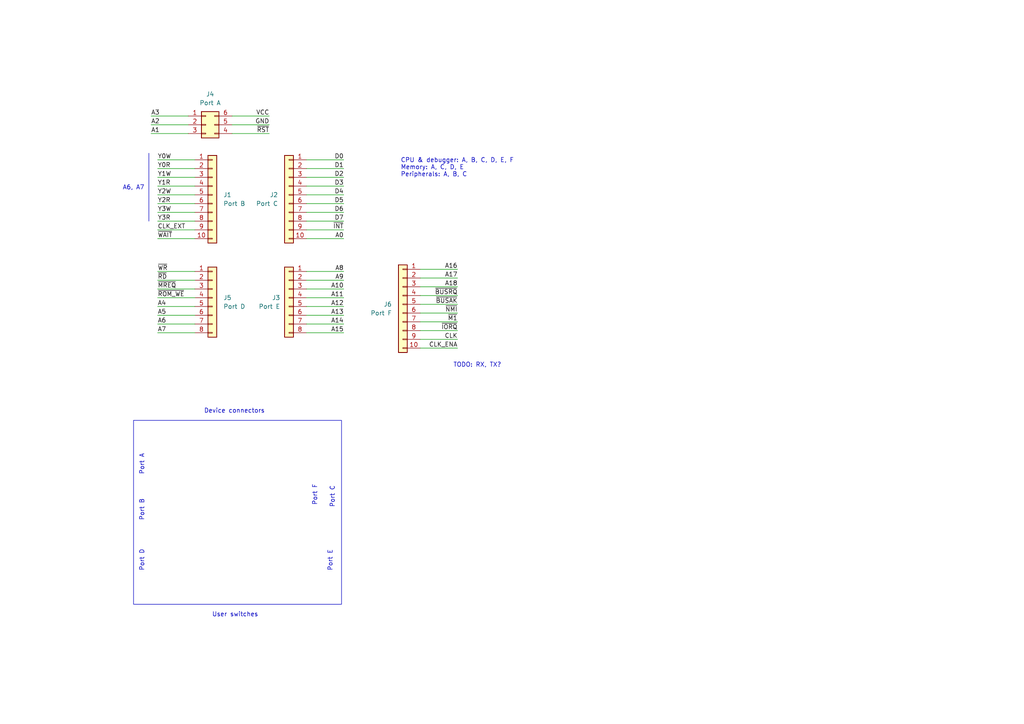
<source format=kicad_sch>
(kicad_sch (version 20230121) (generator eeschema)
  (paper "A4")
  (lib_symbols
    (symbol "Connector_Generic:Conn_01x08" (pin_names (offset 1.016) hide)
      (property "Reference" "J" (at 0 10.16 0))
      (property "Value" "Conn_01x08" (at 0 -12.7 0))
      (symbol "Conn_01x08_1_1"
        (rectangle (start -1.27 -10.033) (end 0 -10.287) (stroke (width 0.1524)))
        (rectangle (start -1.27 -7.493) (end 0 -7.747) (stroke (width 0.1524)))
        (rectangle (start -1.27 -4.953) (end 0 -5.207) (stroke (width 0.1524)))
        (rectangle (start -1.27 -2.413) (end 0 -2.667) (stroke (width 0.1524)))
        (rectangle (start -1.27 0.127) (end 0 -0.127) (stroke (width 0.1524)))
        (rectangle (start -1.27 2.667) (end 0 2.413) (stroke (width 0.1524)))
        (rectangle (start -1.27 5.207) (end 0 4.953) (stroke (width 0.1524)))
        (rectangle (start -1.27 7.747) (end 0 7.493) (stroke (width 0.1524)))
        (rectangle (start -1.27 8.89) (end 1.27 -11.43) (stroke (width 0.254)) (fill (type background)))
        (pin passive line (at -5.08 7.62 0) (length 3.81) (name "Pin_1") (number "1"))
        (pin passive line (at -5.08 5.08 0) (length 3.81) (name "Pin_2") (number "2"))
        (pin passive line (at -5.08 2.54 0) (length 3.81) (name "Pin_3") (number "3"))
        (pin passive line (at -5.08 0 0) (length 3.81) (name "Pin_4") (number "4"))
        (pin passive line (at -5.08 -2.54 0) (length 3.81) (name "Pin_5") (number "5"))
        (pin passive line (at -5.08 -5.08 0) (length 3.81) (name "Pin_6") (number "6"))
        (pin passive line (at -5.08 -7.62 0) (length 3.81) (name "Pin_7") (number "7"))
        (pin passive line (at -5.08 -10.16 0) (length 3.81) (name "Pin_8") (number "8"))
      )
    )
    (symbol "Connector_Generic:Conn_01x10" (pin_names (offset 1.016) hide)
      (property "Reference" "J" (at 0 12.7 0))
      (property "Value" "Conn_01x10" (at 0 -15.24 0))
      (symbol "Conn_01x10_1_1"
        (rectangle (start -1.27 -12.573) (end 0 -12.827) (stroke (width 0.1524)))
        (rectangle (start -1.27 -10.033) (end 0 -10.287) (stroke (width 0.1524)))
        (rectangle (start -1.27 -7.493) (end 0 -7.747) (stroke (width 0.1524)))
        (rectangle (start -1.27 -4.953) (end 0 -5.207) (stroke (width 0.1524)))
        (rectangle (start -1.27 -2.413) (end 0 -2.667) (stroke (width 0.1524)))
        (rectangle (start -1.27 0.127) (end 0 -0.127) (stroke (width 0.1524)))
        (rectangle (start -1.27 2.667) (end 0 2.413) (stroke (width 0.1524)))
        (rectangle (start -1.27 5.207) (end 0 4.953) (stroke (width 0.1524)))
        (rectangle (start -1.27 7.747) (end 0 7.493) (stroke (width 0.1524)))
        (rectangle (start -1.27 10.287) (end 0 10.033) (stroke (width 0.1524)))
        (rectangle (start -1.27 11.43) (end 1.27 -13.97) (stroke (width 0.254)) (fill (type background)))
        (pin passive line (at -5.08 10.16 0) (length 3.81) (name "Pin_1") (number "1"))
        (pin passive line (at -5.08 -12.7 0) (length 3.81) (name "Pin_10") (number "10"))
        (pin passive line (at -5.08 7.62 0) (length 3.81) (name "Pin_2") (number "2"))
        (pin passive line (at -5.08 5.08 0) (length 3.81) (name "Pin_3") (number "3"))
        (pin passive line (at -5.08 2.54 0) (length 3.81) (name "Pin_4") (number "4"))
        (pin passive line (at -5.08 0 0) (length 3.81) (name "Pin_5") (number "5"))
        (pin passive line (at -5.08 -2.54 0) (length 3.81) (name "Pin_6") (number "6"))
        (pin passive line (at -5.08 -5.08 0) (length 3.81) (name "Pin_7") (number "7"))
        (pin passive line (at -5.08 -7.62 0) (length 3.81) (name "Pin_8") (number "8"))
        (pin passive line (at -5.08 -10.16 0) (length 3.81) (name "Pin_9") (number "9"))
      )
    )
    (symbol "Connector_Generic:Conn_02x03_Counter_Clockwise" (pin_names (offset 1.016) hide)
      (property "Reference" "J" (at 1.27 5.08 0))
      (property "Value" "Conn_02x03_Counter_Clockwise" (at 1.27 -5.08 0))
      (symbol "Conn_02x03_Counter_Clockwise_1_1"
        (rectangle (start -1.27 -2.413) (end 0 -2.667) (stroke (width 0.1524)))
        (rectangle (start -1.27 0.127) (end 0 -0.127) (stroke (width 0.1524)))
        (rectangle (start -1.27 2.667) (end 0 2.413) (stroke (width 0.1524)))
        (rectangle (start -1.27 3.81) (end 3.81 -3.81) (stroke (width 0.254)) (fill (type background)))
        (rectangle (start 3.81 -2.413) (end 2.54 -2.667) (stroke (width 0.1524)))
        (rectangle (start 3.81 0.127) (end 2.54 -0.127) (stroke (width 0.1524)))
        (rectangle (start 3.81 2.667) (end 2.54 2.413) (stroke (width 0.1524)))
        (pin passive line (at -5.08 2.54 0) (length 3.81) (name "Pin_1") (number "1"))
        (pin passive line (at -5.08 0 0) (length 3.81) (name "Pin_2") (number "2"))
        (pin passive line (at -5.08 -2.54 0) (length 3.81) (name "Pin_3") (number "3"))
        (pin passive line (at 7.62 -2.54 180) (length 3.81) (name "Pin_4") (number "4"))
        (pin passive line (at 7.62 0 180) (length 3.81) (name "Pin_5") (number "5"))
        (pin passive line (at 7.62 2.54 180) (length 3.81) (name "Pin_6") (number "6"))
      )
    )
  )
  (wire (pts (xy 99.695 59.055) (xy 88.9 59.055)))
  (wire (pts (xy 78.105 36.195) (xy 67.31 36.195)))
  (wire (pts (xy 99.695 81.28) (xy 88.9 81.28)))
  (wire (pts (xy 45.72 69.215) (xy 56.515 69.215)))
  (wire (pts (xy 99.695 66.675) (xy 88.9 66.675)))
  (wire (pts (xy 43.815 36.195) (xy 54.61 36.195)))
  (wire (pts (xy 99.695 53.975) (xy 88.9 53.975)))
  (wire (pts (xy 99.695 91.44) (xy 88.9 91.44)))
  (wire (pts (xy 45.72 56.515) (xy 56.515 56.515)))
  (wire (pts (xy 45.72 83.82) (xy 56.515 83.82)))
  (wire (pts (xy 99.695 83.82) (xy 88.9 83.82)))
  (wire (pts (xy 99.695 86.36) (xy 88.9 86.36)))
  (wire (pts (xy 45.72 88.9) (xy 56.515 88.9)))
  (wire (pts (xy 45.72 48.895) (xy 56.515 48.895)))
  (wire (pts (xy 99.695 88.9) (xy 88.9 88.9)))
  (wire (pts (xy 132.715 100.965) (xy 121.92 100.965)))
  (wire (pts (xy 43.815 33.655) (xy 54.61 33.655)))
  (wire (pts (xy 78.105 33.655) (xy 67.31 33.655)))
  (wire (pts (xy 99.695 69.215) (xy 88.9 69.215)))
  (wire (pts (xy 132.715 95.885) (xy 121.92 95.885)))
  (wire (pts (xy 45.72 78.74) (xy 56.515 78.74)))
  (wire (pts (xy 45.72 66.675) (xy 56.515 66.675)))
  (wire (pts (xy 99.695 93.98) (xy 88.9 93.98)))
  (wire (pts (xy 45.72 81.28) (xy 56.515 81.28)))
  (wire (pts (xy 132.715 93.345) (xy 121.92 93.345)))
  (wire (pts (xy 45.72 93.98) (xy 56.515 93.98)))
  (wire (pts (xy 99.695 46.355) (xy 88.9 46.355)))
  (wire (pts (xy 99.695 51.435) (xy 88.9 51.435)))
  (wire (pts (xy 99.695 48.895) (xy 88.9 48.895)))
  (wire (pts (xy 132.715 80.645) (xy 121.92 80.645)))
  (wire (pts (xy 99.695 61.595) (xy 88.9 61.595)))
  (wire (pts (xy 45.72 96.52) (xy 56.515 96.52)))
  (wire (pts (xy 45.72 51.435) (xy 56.515 51.435)))
  (wire (pts (xy 132.715 83.185) (xy 121.92 83.185)))
  (wire (pts (xy 45.72 59.055) (xy 56.515 59.055)))
  (wire (pts (xy 45.72 46.355) (xy 56.515 46.355)))
  (wire (pts (xy 43.815 38.735) (xy 54.61 38.735)))
  (wire (pts (xy 78.105 38.735) (xy 67.31 38.735)))
  (wire (pts (xy 99.695 56.515) (xy 88.9 56.515)))
  (wire (pts (xy 99.695 78.74) (xy 88.9 78.74)))
  (wire (pts (xy 132.715 98.425) (xy 121.92 98.425)))
  (wire (pts (xy 132.715 85.725) (xy 121.92 85.725)))
  (wire (pts (xy 45.72 61.595) (xy 56.515 61.595)))
  (wire (pts (xy 45.72 64.135) (xy 56.515 64.135)))
  (wire (pts (xy 45.72 53.975) (xy 56.515 53.975)))
  (wire (pts (xy 132.715 90.805) (xy 121.92 90.805)))
  (wire (pts (xy 99.695 64.135) (xy 88.9 64.135)))
  (wire (pts (xy 99.695 96.52) (xy 88.9 96.52)))
  (wire (pts (xy 45.72 86.36) (xy 56.515 86.36)))
  (wire (pts (xy 132.715 88.265) (xy 121.92 88.265)))
  (wire (pts (xy 45.72 91.44) (xy 56.515 91.44)))
  (wire (pts (xy 132.715 78.105) (xy 121.92 78.105)))
  (rectangle (start 38.735 121.92) (end 99.06 175.26))
  (rectangle (start 43.18 44.45) (end 43.18 64.135))
  (text "User switches" (at 74.93 179.07 0) (effects (font (size 1.27 1.27)) (justify right bottom)))
  (text "A6, A7" (at 41.91 55.245 0) (effects (font (size 1.27 1.27)) (justify right bottom)))
  (text "TODO: RX, TX?" (at 131.445 106.68 0) (effects (font (size 1.27 1.27)) (justify left bottom)))
  (text "Port A" (at 41.91 137.795 90) (effects (font (size 1.27 1.27)) (justify left bottom)))
  (text "Port B" (at 41.91 151.13 90) (effects (font (size 1.27 1.27)) (justify left bottom)))
  (text "CPU & debugger: A, B, C, D, E, F\nMemory: A, C, D, E\nPeripherals: A, B, C\n" (at 116.205 51.435 0) (effects (font (size 1.27 1.27)) (justify left bottom)))
  (text "Port F" (at 92.075 146.685 90) (effects (font (size 1.27 1.27)) (justify left bottom)))
  (text "Port C" (at 97.155 147.32 90) (effects (font (size 1.27 1.27)) (justify left bottom)))
  (text "Device connectors" (at 76.835 120.015 0) (effects (font (size 1.27 1.27)) (justify right bottom)))
  (text "Port E" (at 96.52 165.735 90) (effects (font (size 1.27 1.27)) (justify left bottom)))
  (text "Port D" (at 41.91 165.735 90) (effects (font (size 1.27 1.27)) (justify left bottom)))
  (label "D3" (at 99.695 53.975 180))
  (label "Y0R" (at 45.72 48.895 0))
  (label "D7" (at 99.695 64.135 180))
  (label "Y3R" (at 45.72 64.135 0))
  (label "A13" (at 99.695 91.44 180))
  (label "~{BUSAK}" (at 132.715 88.265 180))
  (label "A15" (at 99.695 96.52 180))
  (label "~{IORQ}" (at 132.715 95.885 180))
  (label "Y1W" (at 45.72 51.435 0))
  (label "~{WAIT}" (at 45.72 69.215 0))
  (label "~{INT}" (at 99.695 66.675 180))
  (label "A0" (at 99.695 69.215 180))
  (label "D2" (at 99.695 51.435 180))
  (label "~{RST}" (at 78.105 38.735 180))
  (label "D0" (at 99.695 46.355 180))
  (label "~{NMI}" (at 132.715 90.805 180))
  (label "D1" (at 99.695 48.895 180))
  (label "~{BUSRQ}" (at 132.715 85.725 180))
  (label "D4" (at 99.695 56.515 180))
  (label "A16" (at 132.715 78.105 180))
  (label "Y2W" (at 45.72 56.515 0))
  (label "~{WR}" (at 45.72 78.74 0))
  (label "A17" (at 132.715 80.645 180))
  (label "D6" (at 99.695 61.595 180))
  (label "D5" (at 99.695 59.055 180))
  (label "~{RD}" (at 45.72 81.28 0))
  (label "A11" (at 99.695 86.36 180))
  (label "~{M1}" (at 132.715 93.345 180))
  (label "A7" (at 45.72 96.52 0))
  (label "A10" (at 99.695 83.82 180))
  (label "GND" (at 78.105 36.195 180))
  (label "CLK" (at 132.715 98.425 180))
  (label "A14" (at 99.695 93.98 180))
  (label "~{MREQ}" (at 45.72 83.82 0))
  (label "A8" (at 99.695 78.74 180))
  (label "A9" (at 99.695 81.28 180))
  (label "CLK_EXT" (at 45.72 66.675 0))
  (label "Y3W" (at 45.72 61.595 0))
  (label "CLK_ENA" (at 132.715 100.965 180))
  (label "Y0W" (at 45.72 46.355 0))
  (label "A4" (at 45.72 88.9 0))
  (label "A2" (at 43.815 36.195 0))
  (label "A3" (at 43.815 33.655 0))
  (label "A18" (at 132.715 83.185 180))
  (label "Y1R" (at 45.72 53.975 0))
  (label "A1" (at 43.815 38.735 0))
  (label "A12" (at 99.695 88.9 180))
  (label "A5" (at 45.72 91.44 0))
  (label "A6" (at 45.72 93.98 0))
  (label "Y2R" (at 45.72 59.055 0))
  (label "VCC" (at 78.105 33.655 180))
  (label "~{ROM_WE}" (at 45.72 86.36 0))
  (symbol (lib_id "Connector_Generic:Conn_01x08") (at 61.595 86.36 0) (unit 1)
    (property "Reference" "J5" (at 64.77 86.36 0) (effects (justify left)))
    (property "Value" "Port D" (at 64.77 88.9 0) (effects (justify left)))
  )
  (symbol (lib_id "Connector_Generic:Conn_01x08") (at 83.82 86.36 0) (mirror y) (unit 1)
    (property "Reference" "J3" (at 81.28 86.36 0) (effects (justify left)))
    (property "Value" "Port E" (at 81.28 88.9 0) (effects (justify left)))
  )
  (symbol (lib_id "Connector_Generic:Conn_02x03_Counter_Clockwise") (at 59.69 36.195 0) (unit 1)
    (property "Reference" "J4" (at 60.96 27.305 0))
    (property "Value" "Port A" (at 60.96 29.845 0))
  )
  (symbol (lib_id "Connector_Generic:Conn_01x10") (at 116.84 88.265 0) (mirror y) (unit 1)
    (property "Reference" "J6" (at 113.665 88.265 0) (effects (justify left)))
    (property "Value" "Port F" (at 113.665 90.805 0) (effects (justify left)))
  )
  (symbol (lib_id "Connector_Generic:Conn_01x10") (at 61.595 56.515 0) (unit 1)
    (property "Reference" "J1" (at 64.77 56.515 0) (effects (justify left)))
    (property "Value" "Port B" (at 64.77 59.055 0) (effects (justify left)))
  )
  (symbol (lib_id "Connector_Generic:Conn_01x10") (at 83.82 56.515 0) (mirror y) (unit 1)
    (property "Reference" "J2" (at 80.645 56.515 0) (effects (justify left)))
    (property "Value" "Port C" (at 80.645 59.055 0) (effects (justify left)))
  )
)
</source>
